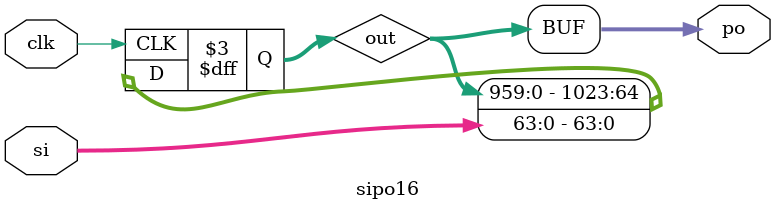
<source format=sv>
module sipo16(si, clk, po);
input reg clk;
input reg [63:0] si;
reg [1023:0] out;
output reg [1023:0] po;
initial begin
    out = 1024'b0;
end

always @(posedge clk) begin
        out = {out[959:0], si};
end
assign po = out;
endmodule
</source>
